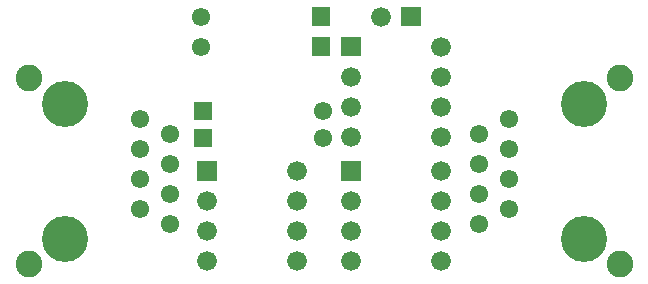
<source format=gbr>
G04 start of page 7 for group -4062 idx -4062 *
G04 Title: (unknown), soldermask *
G04 Creator: pcb 20140316 *
G04 CreationDate: Tue 15 Mar 2016 09:45:11 PM GMT UTC *
G04 For: commonadmin *
G04 Format: Gerber/RS-274X *
G04 PCB-Dimensions (mil): 2380.00 955.00 *
G04 PCB-Coordinate-Origin: lower left *
%MOIN*%
%FSLAX25Y25*%
%LNBOTTOMMASK*%
%ADD59C,0.0887*%
%ADD58C,0.1536*%
%ADD57C,0.0611*%
%ADD56C,0.0660*%
%ADD55C,0.0610*%
%ADD54C,0.0001*%
G54D54*G36*
X124192Y83265D02*Y76665D01*
X130792D01*
Y83265D01*
X124192D01*
G37*
G36*
X114442Y83015D02*Y76915D01*
X120542D01*
Y83015D01*
X114442D01*
G37*
G54D55*X117992Y58465D03*
G54D56*X109492Y8465D03*
Y18465D03*
Y28465D03*
Y38465D03*
G54D54*G36*
X124192Y41765D02*Y35165D01*
X130792D01*
Y41765D01*
X124192D01*
G37*
G54D56*X127492Y28465D03*
Y18465D03*
Y8465D03*
X157492D03*
Y18465D03*
Y28465D03*
X127492Y69965D03*
Y59965D03*
Y49965D03*
G54D55*X117992Y49465D03*
G54D54*G36*
X74942Y52515D02*Y46415D01*
X81042D01*
Y52515D01*
X74942D01*
G37*
G36*
X76192Y41765D02*Y35165D01*
X82792D01*
Y41765D01*
X76192D01*
G37*
G54D56*X79492Y28465D03*
G54D57*X66992Y50965D03*
Y40965D03*
Y30965D03*
G54D56*X79492Y18465D03*
Y8465D03*
G54D55*X77492Y79965D03*
Y89965D03*
G54D54*G36*
X74942Y61515D02*Y55415D01*
X81042D01*
Y61515D01*
X74942D01*
G37*
G54D57*X66992Y20965D03*
X56992Y55965D03*
Y45965D03*
Y35965D03*
Y25965D03*
G54D58*X31992Y60965D03*
Y15965D03*
G54D59*X19984Y69508D03*
Y7500D03*
G54D54*G36*
X144192Y93265D02*Y86665D01*
X150792D01*
Y93265D01*
X144192D01*
G37*
G54D56*X137492Y89965D03*
G54D54*G36*
X114442Y93015D02*Y86915D01*
X120542D01*
Y93015D01*
X114442D01*
G37*
G54D56*X157492Y59965D03*
Y69965D03*
Y79965D03*
Y38465D03*
Y49965D03*
G54D57*X169992Y30965D03*
Y20965D03*
G54D58*X204992Y15965D03*
G54D59*X217000Y7500D03*
G54D57*X169992Y50965D03*
Y40965D03*
X179992Y55965D03*
Y45965D03*
Y35965D03*
Y25965D03*
G54D58*X204992Y60965D03*
G54D59*X217000Y69508D03*
M02*

</source>
